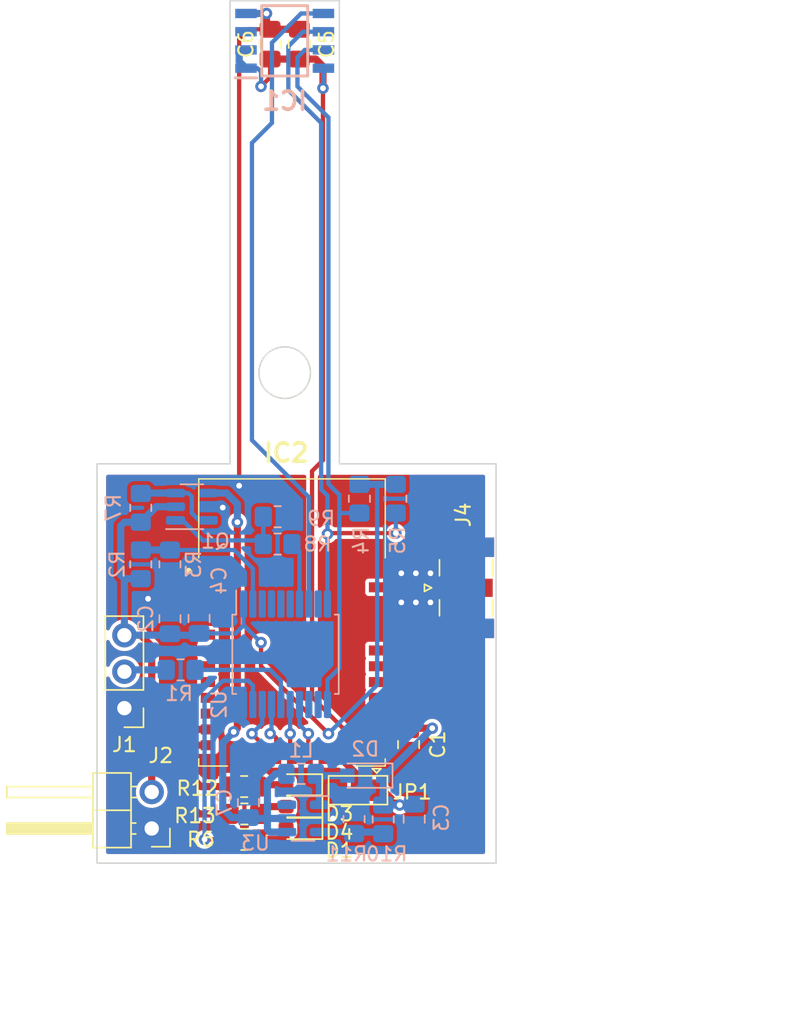
<source format=kicad_pcb>
(kicad_pcb (version 20211014) (generator pcbnew)
  (layers (0 "F.Cu" signal) (31 "B.Cu" signal) (34 "B.Paste" user) (35 "F.Paste" user) (36 "B.SilkS" user "B.Silkscreen") (37 "F.SilkS" user "F.Silkscreen") (38 "B.Mask" user) (39 "F.Mask" user) (44 "Edge.Cuts" user))
  (net 0 "")
  (net 1 "GND")
  (net 2 "VCC")
  (net 3 "Net-(C3-Pad2)")
  (net 4 "Net-(IC1-Pad7)")
  (net 5 "Net-(IC1-Pad6)")
  (net 6 "Net-(J1-Pad2)")
  (net 7 "Net-(D1-Pad2)")
  (net 8 "Net-(R1-Pad1)")
  (net 9 "Net-(C7-Pad2)")
  (net 10 "Net-(D3-Pad2)")
  (net 11 "Net-(D4-Pad2)")
  (net 14 "Net-(R8-Pad1)")
  (net 17 "Net-(IC2-Pad19)")
  (net 19 "Net-(J4-Pad1)")
  (net 21 "Net-(Q1-Pad1)")
  (net 22 "Net-(Q1-Pad3)")
  (net 23 "Net-(D2-Pad2)")
  (net 24 "Net-(R2-Pad1)")
  (net 25 "Net-(R10-Pad1)")
  (net 26 "Net-(U2-Pad17)")
  (net 28 "Net-(U2-Pad18)")
  (net 30 "Net-(IC2-Pad12)")
  (net 31 "Net-(IC2-Pad11)")
  (net 41 "Net-(U2-Pad19)")
  (net 42 "Net-(U2-Pad14)")
  (net 43 "Net-(IC2-Pad16)")
  (net 46 "Net-(IC1-Pad5)")
  (footprint "Resistor_SMD:R_0805_2012Metric_Pad1.20x1.40mm_HandSolder" (layer "F.Cu") (at 123.936 92.71)
    (fp_text reference "R13" (at -3.445 0.127) (layer "F.SilkS"))
    (fp_text value "330")
    (pad "1" smd roundrect (at -1 0) (size 1.2 1.4) (layers "F.Cu" "F.Paste" "F.Mask") (roundrect_rratio 0.2083333333) (net 31 "Net-(IC2-Pad11)"))
    (pad "2" smd roundrect (at 1 0) (size 1.2 1.4) (layers "F.Cu" "F.Paste" "F.Mask") (roundrect_rratio 0.2083333333) (net 11 "Net-(D4-Pad2)"))
  )
  (footprint "Connector_PinHeader_2.54mm:PinHeader_1x03_P2.54mm_Vertical" (layer "F.Cu") (at 115.57 85.344 180)
    (fp_text reference "J1" (at 0 -2.54) (layer "F.SilkS"))
    (fp_text value "UDPI")
    (pad "1" thru_hole rect (at 0 0 180) (size 1.7 1.7) (drill 1) (layers *.Cu *.Mask) (net 1 "GND"))
    (pad "2" thru_hole oval (at 0 2.54 180) (size 1.7 1.7) (drill 1) (layers *.Cu *.Mask) (net 6 "Net-(J1-Pad2)"))
    (pad "3" thru_hole oval (at 0 5.08 180) (size 1.7 1.7) (drill 1) (layers *.Cu *.Mask) (net 2 "VCC"))
  )
  (footprint "Connector_PinHeader_2.54mm:PinHeader_1x02_P2.54mm_Horizontal" (layer "F.Cu") (at 117.475 93.726 180)
    (fp_text reference "J2" (at -0.635 5.08) (layer "F.SilkS"))
    (fp_text value "Battery")
    (pad "1" thru_hole rect (at 0 0 180) (size 1.7 1.7) (drill 1) (layers *.Cu *.Mask) (net 1 "GND"))
    (pad "2" thru_hole oval (at 0 2.54 180) (size 1.7 1.7) (drill 1) (layers *.Cu *.Mask) (net 2 "VCC"))
  )
  (footprint "Jumper:SolderJumper-3_P1.3mm_Open_Pad1.0x1.5mm" (layer "F.Cu") (at 131.856 91.059 180)
    (fp_text reference "JP1" (at -3.78 -0.127) (layer "F.SilkS"))
    (fp_text value "Jumper_3_Open")
    (pad "1" smd rect (at -1.3 0 180) (size 1 1.5) (layers "F.Cu" "F.Mask") (net 3 "Net-(C3-Pad2)"))
    (pad "2" smd rect (at 0 0 180) (size 1 1.5) (layers "F.Cu" "F.Mask") (net 17 "Net-(IC2-Pad19)"))
    (pad "3" smd rect (at 1.3 0 180) (size 1 1.5) (layers "F.Cu" "F.Mask") (net 1 "GND"))
  )
  (footprint "Capacitor_SMD:C_0805_2012Metric_Pad1.18x1.45mm_HandSolder" (layer "F.Cu") (at 125.73 39.0945 90)
    (fp_text reference "C6" (at 0 -1.68 90) (layer "F.SilkS"))
    (fp_text value "10u")
    (pad "1" smd roundrect (at -1.0375 0 90) (size 1.175 1.45) (layers "F.Cu" "F.Paste" "F.Mask") (roundrect_rratio 0.2127659574) (net 3 "Net-(C3-Pad2)"))
    (pad "2" smd roundrect (at 1.0375 0 90) (size 1.175 1.45) (layers "F.Cu" "F.Paste" "F.Mask") (roundrect_rratio 0.2127659574) (net 1 "GND"))
  )
  (footprint "Capacitor_SMD:C_0805_2012Metric_Pad1.18x1.45mm_HandSolder" (layer "F.Cu") (at 127.762 39.0945 90)
    (fp_text reference "C5" (at 0 1.905 90) (layer "F.SilkS"))
    (fp_text value "100n")
    (pad "1" smd roundrect (at -1.0375 0 90) (size 1.175 1.45) (layers "F.Cu" "F.Paste" "F.Mask") (roundrect_rratio 0.2127659574) (net 3 "Net-(C3-Pad2)"))
    (pad "2" smd roundrect (at 1.0375 0 90) (size 1.175 1.45) (layers "F.Cu" "F.Paste" "F.Mask") (roundrect_rratio 0.2127659574) (net 1 "GND"))
  )
  (footprint "WSSFM11R2DAT:WSSFM11R2DAT" (layer "F.Cu") (at 127.254 79.375)
    (fp_text reference "IC2" (at -0.4 -11.811) (layer "F.SilkS") (effects (font (size 1.27 1.27) (thickness 0.254))))
    (fp_text value "WSSFM11R2DAT" hide)
    (pad "1" smd rect (at -5.86 -3.55 90) (size 0.7 1) (layers "F.Cu" "F.Paste" "F.Mask") (net 1 "GND"))
    (pad "2" smd rect (at -5.86 -2.45 90) (size 0.7 1) (layers "F.Cu" "F.Paste" "F.Mask") (net 1 "GND"))
    (pad "3" smd rect (at -5.86 -1.35 90) (size 0.7 1) (layers "F.Cu" "F.Paste" "F.Mask") (net 1 "GND"))
    (pad "4" smd rect (at -5.86 -0.25 90) (size 0.7 1) (layers "F.Cu" "F.Paste" "F.Mask") (net 1 "GND"))
    (pad "5" smd rect (at -5.86 0.85 90) (size 0.7 1) (layers "F.Cu" "F.Paste" "F.Mask"))
    (pad "6" smd rect (at -5.86 1.95 90) (size 0.7 1) (layers "F.Cu" "F.Paste" "F.Mask"))
    (pad "7" smd rect (at -5.86 3.05 90) (size 0.7 1) (layers "F.Cu" "F.Paste" "F.Mask"))
    (pad "8" smd rect (at -5.86 4.15 90) (size 0.7 1) (layers "F.Cu" "F.Paste" "F.Mask"))
    (pad "9" smd rect (at -5.86 5.25 90) (size 0.7 1) (layers "F.Cu" "F.Paste" "F.Mask"))
    (pad "10" smd rect (at -5.86 6.35 90) (size 0.7 1) (layers "F.Cu" "F.Paste" "F.Mask"))
    (pad "11" smd rect (at -5.86 7.45 90) (size 0.7 1) (layers "F.Cu" "F.Paste" "F.Mask") (net 31 "Net-(IC2-Pad11)"))
    (pad "12" smd rect (at -5.86 8.55 90) (size 0.7 1) (layers "F.Cu" "F.Paste" "F.Mask") (net 30 "Net-(IC2-Pad12)"))
    (pad "13" smd rect (at -3.3 9.36) (size 0.7 1) (layers "F.Cu" "F.Paste" "F.Mask"))
    (pad "14" smd rect (at -2.2 9.36) (size 0.7 1) (layers "F.Cu" "F.Paste" "F.Mask") (net 28 "Net-(U2-Pad18)"))
    (pad "15" smd rect (at -1.1 9.36) (size 0.7 1) (layers "F.Cu" "F.Paste" "F.Mask") (net 26 "Net-(U2-Pad17)"))
    (pad "16" smd rect (at 0 9.36) (size 0.7 1) (layers "F.Cu" "F.Paste" "F.Mask") (net 43 "Net-(IC2-Pad16)"))
    (pad "17" smd rect (at 1.1 9.36) (size 0.7 1) (layers "F.Cu" "F.Paste" "F.Mask") (net 42 "Net-(U2-Pad14)"))
    (pad "18" smd rect (at 2.2 9.36) (size 0.7 1) (layers "F.Cu" "F.Paste" "F.Mask"))
    (pad "19" smd rect (at 3.3 9.36) (size 0.7 1) (layers "F.Cu" "F.Paste" "F.Mask") (net 17 "Net-(IC2-Pad19)"))
    (pad "20" smd rect (at 5.86 8.55 90) (size 0.7 1) (layers "F.Cu" "F.Paste" "F.Mask") (net 1 "GND"))
    (pad "21" smd rect (at 5.86 7.45 90) (size 0.7 1) (layers "F.Cu" "F.Paste" "F.Mask") (net 3 "Net-(C3-Pad2)"))
    (pad "22" smd rect (at 5.86 6.35 90) (size 0.7 1) (layers "F.Cu" "F.Paste" "F.Mask") (net 1 "GND"))
    (pad "23" smd rect (at 5.86 5.25 90) (size 0.7 1) (layers "F.Cu" "F.Paste" "F.Mask"))
    (pad "24" smd rect (at 5.86 4.15 90) (size 0.7 1) (layers "F.Cu" "F.Paste" "F.Mask"))
    (pad "25" smd rect (at 5.86 3.05 90) (size 0.7 1) (layers "F.Cu" "F.Paste" "F.Mask"))
    (pad "26" smd rect (at 5.86 1.95 90) (size 0.7 1) (layers "F.Cu" "F.Paste" "F.Mask"))
    (pad "27" smd rect (at 5.86 0.85 90) (size 0.7 1) (layers "F.Cu" "F.Paste" "F.Mask") (net 1 "GND"))
    (pad "28" smd rect (at 5.86 -0.25 90) (size 0.7 1) (layers "F.Cu" "F.Paste" "F.Mask") (net 1 "GND"))
    (pad "29" smd rect (at 5.86 -1.35 90) (size 0.7 1) (layers "F.Cu" "F.Paste" "F.Mask") (net 1 "GND"))
    (pad "30" smd rect (at 5.86 -2.45 90) (size 0.7 1) (layers "F.Cu" "F.Paste" "F.Mask") (net 19 "Net-(J4-Pad1)"))
    (pad "31" smd rect (at 5.86 -3.55 90) (size 0.7 1) (layers "F.Cu" "F.Paste" "F.Mask") (net 1 "GND"))
  )
  (footprint "Capacitor_SMD:C_0805_2012Metric_Pad1.18x1.45mm_HandSolder" (layer "F.Cu") (at 135.382 87.884 90)
    (fp_text reference "C1" (at 0 2.032 90) (layer "F.SilkS"))
    (fp_text value "100n")
    (pad "1" smd roundrect (at -1.0375 0 90) (size 1.175 1.45) (layers "F.Cu" "F.Paste" "F.Mask") (roundrect_rratio 0.2127659574) (net 1 "GND"))
    (pad "2" smd roundrect (at 1.0375 0 90) (size 1.175 1.45) (layers "F.Cu" "F.Paste" "F.Mask") (roundrect_rratio 0.2127659574) (net 3 "Net-(C3-Pad2)"))
  )
  (footprint "LED_SMD:LED_0603_1608Metric_Pad1.05x0.95mm_HandSolder" (layer "F.Cu") (at 127.716 93.726 180)
    (fp_text reference "D1" (at -2.84 -1.524) (layer "F.SilkS"))
    (fp_text value "LED_Small")
    (pad "1" smd roundrect (at -0.875 0 180) (size 1.05 0.95) (layers "F.Cu" "F.Paste" "F.Mask") (net 1 "GND"))
    (pad "2" smd roundrect (at 0.875 0 180) (size 1.05 0.95) (layers "F.Cu" "F.Paste" "F.Mask") (net 7 "Net-(D1-Pad2)"))
  )
  (footprint "Resistor_SMD:R_0805_2012Metric_Pad1.20x1.40mm_HandSolder" (layer "F.Cu") (at 123.92 90.805)
    (fp_text reference "R12" (at -3.27 0.127) (layer "F.SilkS"))
    (fp_text value "330")
    (pad "1" smd roundrect (at -1 0) (size 1.2 1.4) (layers "F.Cu" "F.Paste" "F.Mask") (roundrect_rratio 0.2083333333) (net 30 "Net-(IC2-Pad12)"))
    (pad "2" smd roundrect (at 1 0) (size 1.2 1.4) (layers "F.Cu" "F.Paste" "F.Mask") (roundrect_rratio 0.2083333333) (net 10 "Net-(D3-Pad2)"))
  )
  (footprint "Connector_Coaxial:SMA_Samtec_SMA-J-P-X-ST-EM1_EdgeMount" (layer "F.Cu") (at 139.246 76.962 90)
    (fp_text reference "J4" (at 5.08 -0.054 90) (layer "F.SilkS"))
    (fp_text value "Conn_Coaxial")
    (pad "1" smd rect (at 0 0.2 90) (size 1.27 3.6) (layers "F.Cu" "F.Paste" "F.Mask") (net 19 "Net-(J4-Pad1)"))
    (pad "2" smd rect (at -2.825 0 90) (size 1.35 4.2) (layers "B.Cu" "B.Paste" "B.Mask") (net 1 "GND"))
    (pad "2" smd rect (at 2.825 0 90) (size 1.35 4.2) (layers "F.Cu" "F.Paste" "F.Mask") (net 1 "GND"))
    (pad "2" smd rect (at -2.825 0 90) (size 1.35 4.2) (layers "F.Cu" "F.Paste" "F.Mask") (net 1 "GND"))
    (pad "2" smd rect (at 2.825 0 90) (size 1.35 4.2) (layers "B.Cu" "B.Paste" "B.Mask") (net 1 "GND"))
  )
  (footprint "LED_SMD:LED_0603_1608Metric_Pad1.05x0.95mm_HandSolder" (layer "F.Cu") (at 127.702 90.678 180)
    (fp_text reference "D3" (at -2.854 -2.032) (layer "F.SilkS"))
    (fp_text value "LED_Small")
    (pad "1" smd roundrect (at -0.875 0 180) (size 1.05 0.95) (layers "F.Cu" "F.Paste" "F.Mask") (net 1 "GND"))
    (pad "2" smd roundrect (at 0.875 0 180) (size 1.05 0.95) (layers "F.Cu" "F.Paste" "F.Mask") (net 10 "Net-(D3-Pad2)"))
  )
  (footprint "Resistor_SMD:R_0805_2012Metric_Pad1.20x1.40mm_HandSolder" (layer "F.Cu") (at 123.936 94.488)
    (fp_text reference "R6" (at -3.032 0) (layer "F.SilkS"))
    (fp_text value "330")
    (pad "1" smd roundrect (at -1 0) (size 1.2 1.4) (layers "F.Cu" "F.Paste" "F.Mask") (roundrect_rratio 0.2083333333) (net 41 "Net-(U2-Pad19)"))
    (pad "2" smd roundrect (at 1 0) (size 1.2 1.4) (layers "F.Cu" "F.Paste" "F.Mask") (roundrect_rratio 0.2083333333) (net 7 "Net-(D1-Pad2)"))
  )
  (footprint "LED_SMD:LED_0603_1608Metric_Pad1.05x0.95mm_HandSolder" (layer "F.Cu") (at 127.716 92.202 180)
    (fp_text reference "D4" (at -2.84 -1.778) (layer "F.SilkS"))
    (fp_text value "LED_Small")
    (pad "1" smd roundrect (at -0.875 0 180) (size 1.05 0.95) (layers "F.Cu" "F.Paste" "F.Mask") (net 1 "GND"))
    (pad "2" smd roundrect (at 0.875 0 180) (size 1.05 0.95) (layers "F.Cu" "F.Paste" "F.Mask") (net 11 "Net-(D4-Pad2)"))
  )
  (footprint "Diode_SMD:D_SOD-323_HandSoldering" (layer "B.Cu") (at 132.363 90.043 180)
    (fp_text reference "D2" (at 0 1.85) (layer "B.SilkS") (effects (justify mirror)))
    (fp_text value "SD103")
    (pad "1" smd rect (at -1.25 0 180) (size 1 1) (layers "B.Cu" "B.Paste" "B.Mask") (net 3 "Net-(C3-Pad2)"))
    (pad "2" smd rect (at 1.25 0 180) (size 1 1) (layers "B.Cu" "B.Paste" "B.Mask") (net 23 "Net-(D2-Pad2)"))
  )
  (footprint "Package_TO_SOT_SMD:SOT-23-6" (layer "B.Cu") (at 128.0305 93.025 180)
    (fp_text reference "U3" (at 3.3165 -1.717) (layer "B.SilkS") (effects (justify mirror)))
    (fp_text value "MT3608")
    (pad "1" smd roundrect (at -1.1375 0.95 180) (size 1.325 0.6) (layers "B.Cu" "B.Paste" "B.Mask") (net 23 "Net-(D2-Pad2)"))
    (pad "2" smd roundrect (at -1.1375 0 180) (size 1.325 0.6) (layers "B.Cu" "B.Paste" "B.Mask") (net 1 "GND"))
    (pad "3" smd roundrect (at -1.1375 -0.95 180) (size 1.325 0.6) (layers "B.Cu" "B.Paste" "B.Mask") (net 25 "Net-(R10-Pad1)"))
    (pad "4" smd roundrect (at 1.1375 -0.95 180) (size 1.325 0.6) (layers "B.Cu" "B.Paste" "B.Mask") (net 9 "Net-(C7-Pad2)"))
    (pad "5" smd roundrect (at 1.1375 0 180) (size 1.325 0.6) (layers "B.Cu" "B.Paste" "B.Mask") (net 9 "Net-(C7-Pad2)"))
    (pad "6" smd roundrect (at 1.1375 0.95 180) (size 1.325 0.6) (layers "B.Cu" "B.Paste" "B.Mask"))
  )
  (footprint "Resistor_SMD:R_0805_2012Metric_Pad1.20x1.40mm_HandSolder" (layer "B.Cu") (at 116.713 75.327 -90)
    (fp_text reference "R2" (at 0 1.65 90) (layer "B.SilkS") (effects (justify mirror)))
    (fp_text value "220k")
    (pad "1" smd roundrect (at -1 0 270) (size 1.2 1.4) (layers "B.Cu" "B.Paste" "B.Mask") (roundrect_rratio 0.2083333333) (net 24 "Net-(R2-Pad1)"))
    (pad "2" smd roundrect (at 1 0 270) (size 1.2 1.4) (layers "B.Cu" "B.Paste" "B.Mask") (roundrect_rratio 0.2083333333) (net 2 "VCC"))
  )
  (footprint "Resistor_SMD:R_0805_2012Metric_Pad1.20x1.40mm_HandSolder" (layer "B.Cu") (at 126.254 72.009)
    (fp_text reference "R9" (at 3.032 0.127) (layer "B.SilkS") (effects (justify mirror)))
    (fp_text value "100k")
    (pad "1" smd roundrect (at -1 0) (size 1.2 1.4) (layers "B.Cu" "B.Paste" "B.Mask") (roundrect_rratio 0.2083333333) (net 21 "Net-(Q1-Pad1)"))
    (pad "2" smd roundrect (at 1 0) (size 1.2 1.4) (layers "B.Cu" "B.Paste" "B.Mask") (roundrect_rratio 0.2083333333) (net 1 "GND"))
  )
  (footprint "Resistor_SMD:R_0805_2012Metric_Pad1.20x1.40mm_HandSolder" (layer "B.Cu") (at 133.613 93.091 90)
    (fp_text reference "R10" (at -2.413 0.245 180) (layer "B.SilkS") (effects (justify mirror)))
    (fp_text value "10k")
    (pad "1" smd roundrect (at -1 0 90) (size 1.2 1.4) (layers "B.Cu" "B.Paste" "B.Mask") (roundrect_rratio 0.2083333333) (net 25 "Net-(R10-Pad1)"))
    (pad "2" smd roundrect (at 1 0 90) (size 1.2 1.4) (layers "B.Cu" "B.Paste" "B.Mask") (roundrect_rratio 0.2083333333) (net 3 "Net-(C3-Pad2)"))
  )
  (footprint "AS5600-ASOM:SOIC127P600X175-8N" (layer "B.Cu") (at 126.746 38.862)
    (fp_text reference "IC1" (at 0 4.191) (layer "B.SilkS") (effects (font (size 1.27 1.27) (thickness 0.254)) (justify mirror)))
    (fp_text value "AS5600-ASOM" hide)
    (pad "1" smd rect (at -2.7 1.905 270) (size 0.65 1.5) (layers "B.Cu" "B.Paste" "B.Mask") (net 3 "Net-(C3-Pad2)"))
    (pad "2" smd rect (at -2.7 0.635 270) (size 0.65 1.5) (layers "B.Cu" "B.Paste" "B.Mask") (net 3 "Net-(C3-Pad2)"))
    (pad "3" smd rect (at -2.7 -0.635 270) (size 0.65 1.5) (layers "B.Cu" "B.Paste" "B.Mask"))
    (pad "4" smd rect (at -2.7 -1.905 270) (size 0.65 1.5) (layers "B.Cu" "B.Paste" "B.Mask") (net 1 "GND"))
    (pad "5" smd rect (at 2.7 -1.905 270) (size 0.65 1.5) (layers "B.Cu" "B.Paste" "B.Mask") (net 46 "Net-(IC1-Pad5)"))
    (pad "6" smd rect (at 2.7 -0.635 270) (size 0.65 1.5) (layers "B.Cu" "B.Paste" "B.Mask") (net 5 "Net-(IC1-Pad6)"))
    (pad "7" smd rect (at 2.7 0.635 270) (size 0.65 1.5) (layers "B.Cu" "B.Paste" "B.Mask") (net 4 "Net-(IC1-Pad7)"))
    (pad "8" smd rect (at 2.7 1.905 270) (size 0.65 1.5) (layers "B.Cu" "B.Paste" "B.Mask") (net 3 "Net-(C3-Pad2)"))
  )
  (footprint "Package_TO_SOT_SMD:TSOT-23-6" (layer "B.Cu") (at 120.2745 71.313)
    (fp_text reference "Q1" (at 1.6455 2.4) (layer "B.SilkS") (effects (justify mirror)))
    (fp_text value "DMC2053UVT")
    (pad "1" smd roundrect (at -1.1375 0.95) (size 1.325 0.6) (layers "B.Cu" "B.Paste" "B.Mask") (net 21 "Net-(Q1-Pad1)"))
    (pad "2" smd roundrect (at -1.1375 0) (size 1.325 0.6) (layers "B.Cu" "B.Paste" "B.Mask") (net 2 "VCC"))
    (pad "3" smd roundrect (at -1.1375 -0.95) (size 1.325 0.6) (layers "B.Cu" "B.Paste" "B.Mask") (net 22 "Net-(Q1-Pad3)"))
    (pad "4" smd roundrect (at 1.1375 -0.95) (size 1.325 0.6) (layers "B.Cu" "B.Paste" "B.Mask") (net 9 "Net-(C7-Pad2)"))
    (pad "5" smd roundrect (at 1.1375 0) (size 1.325 0.6) (layers "B.Cu" "B.Paste" "B.Mask") (net 1 "GND"))
    (pad "6" smd roundrect (at 1.1375 0.95) (size 1.325 0.6) (layers "B.Cu" "B.Paste" "B.Mask") (net 22 "Net-(Q1-Pad3)"))
  )
  (footprint "Capacitor_SMD:C_0805_2012Metric_Pad1.18x1.45mm_HandSolder" (layer "B.Cu") (at 124.215 91.9265 -90)
    (fp_text reference "C7" (at 0 1.68 90) (layer "B.SilkS") (effects (justify mirror)))
    (fp_text value "22u")
    (pad "1" smd roundrect (at -1.0375 0 270) (size 1.175 1.45) (layers "B.Cu" "B.Paste" "B.Mask") (roundrect_rratio 0.2127659574) (net 1 "GND"))
    (pad "2" smd roundrect (at 1.0375 0 270) (size 1.175 1.45) (layers "B.Cu" "B.Paste" "B.Mask") (roundrect_rratio 0.2127659574) (net 9 "Net-(C7-Pad2)"))
  )
  (footprint "Capacitor_SMD:C_0805_2012Metric_Pad1.18x1.45mm_HandSolder" (layer "B.Cu") (at 120.777 79.0995 -90)
    (fp_text reference "C4" (at -2.6455 -1.397 90) (layer "B.SilkS") (effects (justify mirror)))
    (fp_text value "10u")
    (pad "1" smd roundrect (at -1.0375 0 270) (size 1.175 1.45) (layers "B.Cu" "B.Paste" "B.Mask") (roundrect_rratio 0.2127659574) (net 1 "GND"))
    (pad "2" smd roundrect (at 1.0375 0 270) (size 1.175 1.45) (layers "B.Cu" "B.Paste" "B.Mask") (roundrect_rratio 0.2127659574) (net 2 "VCC"))
  )
  (footprint "Capacitor_SMD:C_0805_2012Metric_Pad1.18x1.45mm_HandSolder" (layer "B.Cu") (at 135.772 93.0695 90)
    (fp_text reference "C3" (at 0.1055 1.896 90) (layer "B.SilkS") (effects (justify mirror)))
    (fp_text value "22u")
    (pad "1" smd roundrect (at -1.0375 0 90) (size 1.175 1.45) (layers "B.Cu" "B.Paste" "B.Mask") (roundrect_rratio 0.2127659574) (net 1 "GND"))
    (pad "2" smd roundrect (at 1.0375 0 90) (size 1.175 1.45) (layers "B.Cu" "B.Paste" "B.Mask") (roundrect_rratio 0.2127659574) (net 3 "Net-(C3-Pad2)"))
  )
  (footprint "Resistor_SMD:R_0805_2012Metric_Pad1.20x1.40mm_HandSolder" (layer "B.Cu") (at 119.491 82.677 180)
    (fp_text reference "R1" (at 0.111 -1.651) (layer "B.SilkS") (effects (justify mirror)))
    (fp_text value "470")
    (pad "1" smd roundrect (at -1 0 180) (size 1.2 1.4) (layers "B.Cu" "B.Paste" "B.Mask") (roundrect_rratio 0.2083333333) (net 8 "Net-(R1-Pad1)"))
    (pad "2" smd roundrect (at 1 0 180) (size 1.2 1.4) (layers "B.Cu" "B.Paste" "B.Mask") (roundrect_rratio 0.2083333333) (net 6 "Net-(J1-Pad2)"))
  )
  (footprint "Resistor_SMD:R_0805_2012Metric_Pad1.20x1.40mm_HandSolder" (layer "B.Cu") (at 126.254 73.914 180)
    (fp_text reference "R8" (at -2.778 0) (layer "B.SilkS") (effects (justify mirror)))
    (fp_text value "470")
    (pad "1" smd roundrect (at -1 0 180) (size 1.2 1.4) (layers "B.Cu" "B.Paste" "B.Mask") (roundrect_rratio 0.2083333333) (net 14 "Net-(R8-Pad1)"))
    (pad "2" smd roundrect (at 1 0 180) (size 1.2 1.4) (layers "B.Cu" "B.Paste" "B.Mask") (roundrect_rratio 0.2083333333) (net 21 "Net-(Q1-Pad1)"))
  )
  (footprint "Resistor_SMD:R_0805_2012Metric_Pad1.20x1.40mm_HandSolder" (layer "B.Cu") (at 134.493 70.755 90)
    (fp_text reference "R5" (at -2.905 0.127 90) (layer "B.SilkS") (effects (justify mirror)))
    (fp_text value "2.2k")
    (pad "1" smd roundrect (at -1 0 90) (size 1.2 1.4) (layers "B.Cu" "B.Paste" "B.Mask") (roundrect_rratio 0.2083333333) (net 5 "Net-(IC1-Pad6)"))
    (pad "2" smd roundrect (at 1 0 90) (size 1.2 1.4) (layers "B.Cu" "B.Paste" "B.Mask") (roundrect_rratio 0.2083333333) (net 2 "VCC"))
  )
  (footprint "Resistor_SMD:R_0805_2012Metric_Pad1.20x1.40mm_HandSolder" (layer "B.Cu") (at 118.745 75.327 90)
    (fp_text reference "R3" (at 0 1.65 90) (layer "B.SilkS") (effects (justify mirror)))
    (fp_text value "100k")
    (pad "1" smd roundrect (at -1 0 90) (size 1.2 1.4) (layers "B.Cu" "B.Paste" "B.Mask") (roundrect_rratio 0.2083333333) (net 1 "GND"))
    (pad "2" smd roundrect (at 1 0 90) (size 1.2 1.4) (layers "B.Cu" "B.Paste" "B.Mask") (roundrect_rratio 0.2083333333) (net 24 "Net-(R2-Pad1)"))
  )
  (footprint "Resistor_SMD:R_0805_2012Metric_Pad1.20x1.40mm_HandSolder" (layer "B.Cu") (at 116.713 71.39 90)
    (fp_text reference "R7" (at 0 -1.905 90) (layer "B.SilkS") (effects (justify mirror)))
    (fp_text value "10k")
    (pad "1" smd roundrect (at -1 0 90) (size 1.2 1.4) (layers "B.Cu" "B.Paste" "B.Mask") (roundrect_rratio 0.2083333333) (net 2 "VCC"))
    (pad "2" smd roundrect (at 1 0 90) (size 1.2 1.4) (layers "B.Cu" "B.Paste" "B.Mask") (roundrect_rratio 0.2083333333) (net 22 "Net-(Q1-Pad3)"))
  )
  (footprint "Resistor_SMD:R_0805_2012Metric_Pad1.20x1.40mm_HandSolder" (layer "B.Cu") (at 131.953 70.755 90)
    (fp_text reference "R4" (at -2.905 0.127 90) (layer "B.SilkS") (effects (justify mirror)))
    (fp_text value "2.2k")
    (pad "1" smd roundrect (at -1 0 90) (size 1.2 1.4) (layers "B.Cu" "B.Paste" "B.Mask") (roundrect_rratio 0.2083333333) (net 4 "Net-(IC1-Pad7)"))
    (pad "2" smd roundrect (at 1 0 90) (size 1.2 1.4) (layers "B.Cu" "B.Paste" "B.Mask") (roundrect_rratio 0.2083333333) (net 2 "VCC"))
  )
  (footprint "Package_SO:SSOP-20_5.3x7.2mm_P0.65mm" (layer "B.Cu") (at 126.802 81.59 -90)
    (fp_text reference "U2" (at 3.5 4.628 90) (layer "B.SilkS") (effects (justify mirror)))
    (fp_text value "ATtiny826-X")
    (pad "1" smd roundrect (at -3.5 2.925 270) (size 1.9 0.5) (layers "B.Cu" "B.Paste" "B.Mask") (net 2 "VCC"))
    (pad "2" smd roundrect (at -3.5 2.275 270) (size 1.9 0.5) (layers "B.Cu" "B.Paste" "B.Mask") (net 24 "Net-(R2-Pad1)"))
    (pad "3" smd roundrect (at -3.5 1.625 270) (size 1.9 0.5) (layers "B.Cu" "B.Paste" "B.Mask"))
    (pad "4" smd roundrect (at -3.5 0.975 270) (size 1.9 0.5) (layers "B.Cu" "B.Paste" "B.Mask"))
    (pad "5" smd roundrect (at -3.5 0.325 270) (size 1.9 0.5) (layers "B.Cu" "B.Paste" "B.Mask"))
    (pad "6" smd roundrect (at -3.5 -0.325 270) (size 1.9 0.5) (layers "B.Cu" "B.Paste" "B.Mask"))
    (pad "7" smd roundrect (at -3.5 -0.975 270) (size 1.9 0.5) (layers "B.Cu" "B.Paste" "B.Mask") (net 14 "Net-(R8-Pad1)"))
    (pad "8" smd roundrect (at -3.5 -1.625 270) (size 1.9 0.5) (layers "B.Cu" "B.Paste" "B.Mask") (net 46 "Net-(IC1-Pad5)"))
    (pad "9" smd roundrect (at -3.5 -2.275 270) (size 1.9 0.5) (layers "B.Cu" "B.Paste" "B.Mask"))
    (pad "10" smd roundrect (at -3.5 -2.925 270) (size 1.9 0.5) (layers "B.Cu" "B.Paste" "B.Mask") (net 5 "Net-(IC1-Pad6)"))
    (pad "11" smd roundrect (at 3.5 -2.925 270) (size 1.9 0.5) (layers "B.Cu" "B.Paste" "B.Mask") (net 4 "Net-(IC1-Pad7)"))
    (pad "12" smd roundrect (at 3.5 -2.275 270) (size 1.9 0.5) (layers "B.Cu" "B.Paste" "B.Mask"))
    (pad "13" smd roundrect (at 3.5 -1.625 270) (size 1.9 0.5) (layers "B.Cu" "B.Paste" "B.Mask"))
    (pad "14" smd roundrect (at 3.5 -0.975 270) (size 1.9 0.5) (layers "B.Cu" "B.Paste" "B.Mask") (net 42 "Net-(U2-Pad14)"))
    (pad "15" smd roundrect (at 3.5 -0.325 270) (size 1.9 0.5) (layers "B.Cu" "B.Paste" "B.Mask") (net 43 "Net-(IC2-Pad16)"))
    (pad "16" smd roundrect (at 3.5 0.325 270) (size 1.9 0.5) (layers "B.Cu" "B.Paste" "B.Mask") (net 8 "Net-(R1-Pad1)"))
    (pad "17" smd roundrect (at 3.5 0.975 270) (size 1.9 0.5) (layers "B.Cu" "B.Paste" "B.Mask") (net 26 "Net-(U2-Pad17)"))
    (pad "18" smd roundrect (at 3.5 1.625 270) (size 1.9 0.5) (layers "B.Cu" "B.Paste" "B.Mask") (net 28 "Net-(U2-Pad18)"))
    (pad "19" smd roundrect (at 3.5 2.275 270) (size 1.9 0.5) (layers "B.Cu" "B.Paste" "B.Mask") (net 41 "Net-(U2-Pad19)"))
    (pad "20" smd roundrect (at 3.5 2.925 270) (size 1.9 0.5) (layers "B.Cu" "B.Paste" "B.Mask") (net 1 "GND"))
  )
  (footprint "Inductor_SMD:L_0805_2012Metric_Pad1.15x1.40mm_HandSolder" (layer "B.Cu") (at 127.889 89.916 180)
    (fp_text reference "L1" (at 0 1.65) (layer "B.SilkS") (effects (justify mirror)))
    (fp_text value "4.7u")
    (pad "1" smd roundrect (at -1.025 0 180) (size 1.15 1.4) (layers "B.Cu" "B.Paste" "B.Mask") (roundrect_rratio 0.2173913043) (net 23 "Net-(D2-Pad2)"))
    (pad "2" smd roundrect (at 1.025 0 180) (size 1.15 1.4) (layers "B.Cu" "B.Paste" "B.Mask") (roundrect_rratio 0.2173913043) (net 9 "Net-(C7-Pad2)"))
  )
  (footprint "Resistor_SMD:R_0805_2012Metric_Pad1.20x1.40mm_HandSolder" (layer "B.Cu") (at 131.581 93.075 -90)
    (fp_text reference "R11" (at 2.429 0.517 180) (layer "B.SilkS") (effects (justify mirror)))
    (fp_text value "2k")
    (pad "1" smd roundrect (at -1 0 270) (size 1.2 1.4) (layers "B.Cu" "B.Paste" "B.Mask") (roundrect_rratio 0.2083333333) (net 1 "GND"))
    (pad "2" smd roundrect (at 1 0 270) (size 1.2 1.4) (layers "B.Cu" "B.Paste" "B.Mask") (roundrect_rratio 0.2083333333) (net 25 "Net-(R10-Pad1)"))
  )
  (footprint "Capacitor_SMD:C_0805_2012Metric_Pad1.18x1.45mm_HandSolder" (layer "B.Cu") (at 118.745 79.121 -90)
    (fp_text reference "C2" (at 0 1.68 90) (layer "B.SilkS") (effects (justify mirror)))
    (fp_text value "100n")
    (pad "1" smd roundrect (at -1.0375 0 270) (size 1.175 1.45) (layers "B.Cu" "B.Paste" "B.Mask") (roundrect_rratio 0.2127659574) (net 1 "GND"))
    (pad "2" smd roundrect (at 1.0375 0 270) (size 1.175 1.45) (layers "B.Cu" "B.Paste" "B.Mask") (roundrect_rratio 0.2127659574) (net 2 "VCC"))
  )
  (gr_line (start 134.366 68.326) (end 141.478 68.326) (layer "Edge.Cuts") (width 0.1))
  (gr_line (start 122.936 68.326) (end 118.618 68.326) (layer "Edge.Cuts") (width 0.1))
  (gr_line (start 141.478 82.804) (end 141.478 68.326) (layer "Edge.Cuts") (width 0.1))
  (gr_line (start 141.478 96.139) (end 113.665 96.139) (layer "Edge.Cuts") (width 0.1))
  (gr_circle (center 126.746 61.976) (end 127 60.198) (layer "Edge.Cuts") (width 0.1) (fill none))
  (gr_line (start 141.478 82.804) (end 141.478 96.139) (layer "Edge.Cuts") (width 0.1))
  (gr_line (start 130.556 36.068) (end 130.556 68.326) (layer "Edge.Cuts") (width 0.1))
  (gr_line (start 113.665 96.139) (end 113.665 68.326) (layer "Edge.Cuts") (width 0.1))
  (gr_line (start 122.936 36.068) (end 130.556 36.068) (layer "Edge.Cuts") (width 0.1))
  (gr_line (start 122.936 36.068) (end 122.936 68.326) (layer "Edge.Cuts") (width 0.1))
  (gr_line (start 113.665 68.326) (end 118.618 68.326) (layer "Edge.Cuts") (width 0.1))
  (gr_line (start 130.556 68.326) (end 134.366 68.326) (layer "Edge.Cuts") (width 0.1))
  (segment (start 123.571 38.735) (end 123.571 69.85) (width 0.3) (layer "F.Cu") (net 1))
  (segment (start 129.093 93.025) (end 130.109 93.025) (width 0.5) (layer "F.Cu") (net 1))
  (segment (start 125.73 38.057) (end 127.762 38.057) (width 0.5) (layer "F.Cu") (net 1))
  (segment (start 128.958 91.059) (end 128.577 90.678) (width 0.5) (layer "F.Cu") (net 1))
  (segment (start 128.591 92.523) (end 129.093 93.025) (width 0.5) (layer "F.Cu") (net 1))
  (segment (start 124.249 38.057) (end 123.571 38.735) (width 0.3) (layer "F.Cu") (net 1))
  (segment (start 125.476 36.957) (end 125.476 37.803) (width 0.5) (layer "F.Cu") (net 1))
  (segment (start 125.73 38.057) (end 124.249 38.057) (width 0.3) (layer "F.Cu") (net 1))
  (segment (start 128.591 92.202) (end 128.591 92.523) (width 0.5) (layer "F.Cu") (net 1))
  (segment (start 125.476 37.803) (end 125.73 38.057) (width 0.5) (layer "F.Cu") (net 1))
  (segment (start 130.556 91.059) (end 128.958 91.059) (width 0.5) (layer "F.Cu") (net 1))
  (via (at 122.428 71.374) (size 0.8) (drill 0.4) (layers "F.Cu" "B.Cu") (net 1))
  (via (at 134.874 75.946) (size 0.8) (drill 0.4) (layers "F.Cu" "B.Cu") (net 1))
  (via (at 134.874 77.978) (size 0.8) (drill 0.4) (layers "F.Cu" "B.Cu") (net 1))
  (via (at 130.109 93.025) (size 0.8) (drill 0.4) (layers "F.Cu" "B.Cu") (net 1))
  (via (at 125.476 36.957) (size 0.8) (drill 0.4) (layers "F.Cu" "B.Cu") (net 1))
  (via (at 135.89 77.978) (size 0.8) (drill 0.4) (layers "F.Cu" "B.Cu") (net 1))
  (via (at 117.221 77.724) (size 0.8) (drill 0.4) (layers "F.Cu" "B.Cu") (net 1))
  (via (at 136.906 75.946) (size 0.8) (drill 0.4) (layers "F.Cu" "B.Cu") (net 1))
  (via (at 135.89 75.946) (size 0.8) (drill 0.4) (layers "F.Cu" "B.Cu") (net 1))
  (via (at 136.906 77.978) (size 0.8) (drill 0.4) (layers "F.Cu" "B.Cu") (net 1))
  (via (at 123.571 69.85) (size 0.8) (drill 0.4) (layers "F.Cu" "B.Cu") (net 1))
  (segment (start 129.168 93.025) (end 130.109 93.025) (width 0.5) (layer "B.Cu") (net 1))
  (segment (start 130.631 93.025) (end 131.581 92.075) (width 0.5) (layer "B.Cu") (net 1))
  (segment (start 130.109 93.025) (end 130.631 93.025) (width 0.5) (layer "B.Cu") (net 1))
  (segment (start 124.046 36.957) (end 125.476 36.957) (width 0.5) (layer "B.Cu") (net 1))
  (segment (start 117.475 91.186) (end 117.475 81.026) (width 0.5) (layer "F.Cu") (net 2))
  (segment (start 125.095 82.423) (end 125.095 80.772) (width 0.3) (layer "F.Cu") (net 2))
  (segment (start 116.713 80.264) (end 115.57 80.264) (width 0.5) (layer "F.Cu") (net 2))
  (segment (start 129.794 87.122) (end 125.095 82.423) (width 0.3) (layer "F.Cu") (net 2))
  (segment (start 117.475 81.026) (end 116.713 80.264) (width 0.5) (layer "F.Cu") (net 2))
  (via (at 125.095 80.772) (size 0.8) (drill 0.4) (layers "F.Cu" "B.Cu") (net 2))
  (via (at 129.794 87.122) (size 0.8) (drill 0.4) (layers "F.Cu" "B.Cu") (net 2))
  (segment (start 115.316 72.644) (end 115.316 76.073) (width 0.5) (layer "B.Cu") (net 2))
  (segment (start 120.777 80.137) (end 120.65 80.264) (width 0.5) (layer "B.Cu") (net 2))
  (segment (start 134.493 69.755) (end 133.191 69.755) (width 0.5) (layer "B.Cu") (net 2))
  (segment (start 120.65 80.264) (end 115.57 80.264) (width 0.5) (layer "B.Cu") (net 2))
  (segment (start 125.095 80.772) (end 123.9 79.577) (width 0.3) (layer "B.Cu") (net 2))
  (segment (start 116.713 76.327) (end 115.57 76.327) (width 0.5) (layer "B.Cu") (net 2))
  (segment (start 117.79 71.313) (end 116.713 72.39) (width 0.5) (layer "B.Cu") (net 2))
  (segment (start 119.137 71.313) (end 117.79 71.313) (width 0.5) (layer "B.Cu") (net 2))
  (segment (start 115.316 76.073) (end 115.57 76.327) (width 0.5) (layer "B.Cu") (net 2))
  (segment (start 123.877 78.09) (end 123.877 79.577) (width 0.3) (layer "B.Cu") (net 2))
  (segment (start 133.191 72.866) (end 133.191 83.725) (width 0.3) (layer "B.Cu") (net 2))
  (segment (start 133.191 69.755) (end 133.191 72.866) (width 0.3) (layer "B.Cu") (net 2))
  (segment (start 123.317 80.137) (end 120.777 80.137) (width 0.3) (layer "B.Cu") (net 2))
  (segment (start 123.877 79.577) (end 123.317 80.137) (width 0.3) (layer "B.Cu") (net 2))
  (segment (start 115.57 72.39) (end 115.316 72.644) (width 0.5) (layer "B.Cu") (net 2))
  (segment (start 115.57 76.327) (end 115.57 80.264) (width 0.5) (layer "B.Cu") (net 2))
  (segment (start 133.191 83.725) (end 129.794 87.122) (width 0.3) (layer "B.Cu") (net 2))
  (segment (start 123.9 79.577) (end 123.877 79.577) (width 0.3) (layer "B.Cu") (net 2))
  (segment (start 133.191 69.755) (end 132.461 69.755) (width 0.5) (layer "B.Cu") (net 2))
  (segment (start 116.713 72.39) (end 115.57 72.39) (width 0.5) (layer "B.Cu") (net 2))
  (segment (start 133.198 86.741) (end 133.114 86.825) (width 0.5) (layer "F.Cu") (net 3))
  (segment (start 125.73 41.402) (end 125.095 42.037) (width 0.3) (layer "F.Cu") (net 3))
  (segment (start 129.413 68.072) (end 128.651 68.834) (width 0.3) (layer "F.Cu") (net 3))
  (segment (start 128.651 68.834) (end 128.651 84.582) (width 0.3) (layer "F.Cu") (net 3))
  (segment (start 129.413 40.64) (end 128.905 40.132) (width 0.5) (layer "F.Cu") (net 3))
  (segment (start 130.894 86.825) (end 133.114 86.825) (width 0.3) (layer "F.Cu") (net 3))
  (segment (start 133.156 91.059) (end 133.731 91.059) (width 0.3) (layer "F.Cu") (net 3))
  (segment (start 129.413 42.164) (end 129.413 68.072) (width 0.3) (layer "F.Cu") (net 3))
  (segment (start 128.651 84.582) (end 130.894 86.825) (width 0.3) (layer "F.Cu") (net 3))
  (segment (start 129.413 42.164) (end 129.413 40.64) (width 0.5) (layer "F.Cu") (net 3))
  (segment (start 137.033 86.741) (end 133.198 86.741) (width 0.5) (layer "F.Cu") (net 3))
  (segment (start 125.73 40.132) (end 125.73 41.402) (width 0.3) (layer "F.Cu") (net 3))
  (segment (start 133.731 91.059) (end 134.763 92.091) (width 0.3) (layer "F.Cu") (net 3))
  (segment (start 128.905 40.132) (end 125.73 40.132) (width 0.5) (layer "F.Cu") (net 3))
  (via (at 129.413 42.164) (size 0.8) (drill 0.4) (layers "F.Cu" "B.Cu") (net 3))
  (via (at 137.033 86.741) (size 0.8) (drill 0.4) (layers "F.Cu" "B.Cu") (net 3))
  (via (at 125.095 42.037) (size 0.8) (drill 0.4) (layers "F.Cu" "B.Cu") (net 3))
  (via (at 134.763 92.091) (size 0.8) (drill 0.4) (layers "F.Cu" "B.Cu") (net 3))
  (segment (start 129.446 40.767) (end 129.667 40.767) (width 0.3) (layer "B.Cu") (net 3))
  (segment (start 124.841 40.767) (end 125.095 41.021) (width 0.3) (layer "B.Cu") (net 3))
  (segment (start 133.613 92.091) (end 133.613 90.043) (width 0.5) (layer "B.Cu") (net 3))
  (segment (start 124.046 40.767) (end 124.841 40.767) (width 0.3) (layer "B.Cu") (net 3))
  (segment (start 134.763 92.091) (end 135.713 92.091) (width 0.5) (layer "B.Cu") (net 3))
  (segment (start 125.095 41.021) (end 125.095 42.037) (width 0.3) (layer "B.Cu") (net 3))
  (segment (start 135.713 92.091) (end 135.772 92.032) (width 0.5) (layer "B.Cu") (net 3))
  (segment (start 133.731 90.043) (end 137.033 86.741) (width 0.5) (layer "B.Cu") (net 3))
  (segment (start 129.446 42.131) (end 129.413 42.164) (width 0.3) (layer "B.Cu") (net 3))
  (segment (start 133.613 92.091) (end 134.763 92.091) (width 0.5) (layer "B.Cu") (net 3))
  (segment (start 133.613 90.043) (end 133.731 90.043) (width 0.5) (layer "B.Cu") (net 3))
  (segment (start 123.698 39.497) (end 123.571 39.624) (width 0.5) (layer "B.Cu") (net 3))
  (segment (start 124.046 39.497) (end 123.698 39.497) (width 0.5) (layer "B.Cu") (net 3))
  (segment (start 129.446 40.767) (end 129.446 42.131) (width 0.3) (layer "B.Cu") (net 3))
  (segment (start 123.571 40.292) (end 124.046 40.767) (width 0.5) (layer "B.Cu") (net 3))
  (segment (start 123.571 39.624) (end 123.571 40.292) (width 0.5) (layer "B.Cu") (net 3))
  (segment (start 130.556 82.55) (end 130.556 71.882) (width 0.3) (layer "B.Cu") (net 4))
  (segment (start 130.683 71.755) (end 131.953 71.755) (width 0.3) (layer "B.Cu") (net 4))
  (segment (start 129.727 85.09) (end 129.727 83.379) (width 0.3) (layer "B.Cu") (net 4))
  (segment (start 127.635 42.037) (end 127.635 40.005) (width 0.3) (layer "B.Cu") (net 4))
  (segment (start 130.556 71.882) (end 130.556 70.485) (width 0.3) (layer "B.Cu") (net 4))
  (segment (start 130.556 70.485) (end 129.794 69.723) (width 0.3) (layer "B.Cu") (net 4))
  (segment (start 128.143 39.497) (end 129.446 39.497) (width 0.3) (layer "B.Cu") (net 4))
  (segment (start 129.794 44.196) (end 127.635 42.037) (width 0.3) (layer "B.Cu") (net 4))
  (segment (start 129.794 69.723) (end 129.794 44.196) (width 0.3) (layer "B.Cu") (net 4))
  (segment (start 129.727 83.379) (end 130.556 82.55) (width 0.3) (layer "B.Cu") (net 4))
  (segment (start 130.683 71.755) (end 130.556 71.882) (width 0.3) (layer "B.Cu") (net 4))
  (segment (start 127.635 40.005) (end 128.143 39.497) (width 0.3) (layer "B.Cu") (net 4))
  (segment (start 134.493 73.152) (end 129.787 73.152) (width 0.3) (layer "F.Cu") (net 5))
  (segment (start 129.787 73.152) (end 129.727 73.212) (width 0.3) (layer "F.Cu") (net 5))
  (via (at 129.727 73.212) (size 0.8) (drill 0.4) (layers "F.Cu" "B.Cu") (net 5))
  (via (at 134.493 73.152) (size 0.8) (drill 0.4) (layers "F.Cu" "B.Cu") (net 5))
  (segment (start 127 42.291) (end 127 39.243) (width 0.3) (layer "B.Cu") (net 5))
  (segment (start 128.016 38.227) (end 129.446 38.227) (width 0.3) (layer "B.Cu") (net 5))
  (segment (start 129.727 70.545) (end 129.286 70.104) (width 0.3) (layer "B.Cu") (net 5))
  (segment (start 129.727 78.09) (end 129.727 73.212) (width 0.3) (layer "B.Cu") (net 5))
  (segment (start 134.493 71.755) (end 134.493 73.152) (width 0.3) (layer "B.Cu") (net 5))
  (segment (start 129.286 70.104) (end 129.286 44.577) (width 0.3) (layer "B.Cu") (net 5))
  (segment (start 127 39.243) (end 128.016 38.227) (width 0.3) (layer "B.Cu") (net 5))
  (segment (start 129.727 73.212) (end 129.727 70.545) (width 0.3) (layer "B.Cu") (net 5))
  (segment (start 129.286 44.577) (end 127 42.291) (width 0.3) (layer "B.Cu") (net 5))
  (segment (start 115.697 82.677) (end 115.57 82.804) (width 0.5) (layer "B.Cu") (net 6))
  (segment (start 118.491 82.677) (end 115.697 82.677) (width 0.5) (layer "B.Cu") (net 6))
  (segment (start 126.841 94.488) (end 124.936 94.488) (width 0.5) (layer "F.Cu") (net 7))
  (segment (start 126.841 93.726) (end 126.841 94.488) (width 0.5) (layer "F.Cu") (net 7))
  (segment (start 126.477 83.424) (end 125.73 82.677) (width 0.3) (layer "B.Cu") (net 8))
  (segment (start 126.477 85.09) (end 126.477 83.424) (width 0.3) (layer "B.Cu") (net 8))
  (segment (start 125.73 82.677) (end 120.491 82.677) (width 0.3) (layer "B.Cu") (net 8))
  (segment (start 123.444 86.741) (end 123.19 86.995) (width 0.5) (layer "F.Cu") (net 9))
  (segment (start 123.444 72.39) (end 123.444 86.741) (width 0.5) (layer "F.Cu") (net 9))
  (via (at 123.444 72.39) (size 0.8) (drill 0.4) (layers "F.Cu" "B.Cu") (net 9))
  (via (at 123.19 86.995) (size 0.8) (drill 0.4) (layers "F.Cu" "B.Cu") (net 9))
  (segment (start 125.725 93.975) (end 125.542 93.792) (width 0.5) (layer "B.Cu") (net 9))
  (segment (start 126.893 93.975) (end 125.725 93.975) (width 0.5) (layer "B.Cu") (net 9))
  (segment (start 123.19 86.995) (end 122.428 87.757) (width 0.5) (layer "B.Cu") (net 9))
  (segment (start 122.687 70.363) (end 123.444 71.12) (width 0.5) (layer "B.Cu") (net 9))
  (segment (start 123.444 71.12) (end 123.444 72.39) (width 0.5) (layer "B.Cu") (net 9))
  (segment (start 124.276 93.025) (end 124.215 92.964) (width 0.5) (layer "B.Cu") (net 9))
  (segment (start 123.063 92.964) (end 124.215 92.964) (width 0.5) (layer "B.Cu") (net 9))
  (segment (start 125.542 93.025) (end 124.276 93.025) (width 0.5) (layer "B.Cu") (net 9))
  (segment (start 125.542 93.792) (end 125.542 93.025) (width 0.5) (layer "B.Cu") (net 9))
  (segment (start 122.428 87.757) (end 122.428 92.329) (width 0.5) (layer "B.Cu") (net 9))
  (segment (start 125.542 90.485) (end 126.111 89.916) (width 0.5) (layer "B.Cu") (net 9))
  (segment (start 122.428 92.329) (end 123.063 92.964) (width 0.5) (layer "B.Cu") (net 9))
  (segment (start 125.542 93.025) (end 125.542 90.485) (width 0.5) (layer "B.Cu") (net 9))
  (segment (start 126.111 89.916) (end 126.864 89.916) (width 0.5) (layer "B.Cu") (net 9))
  (segment (start 121.412 70.363) (end 122.687 70.363) (width 0.5) (layer "B.Cu") (net 9))
  (segment (start 126.893 93.025) (end 125.542 93.025) (width 0.5) (layer "B.Cu") (net 9))
  (segment (start 126.827 90.678) (end 125.047 90.678) (width 0.5) (layer "F.Cu") (net 10))
  (segment (start 125.047 90.678) (end 124.92 90.805) (width 0.5) (layer "F.Cu") (net 10))
  (segment (start 126.841 92.202) (end 125.444 92.202) (width 0.5) (layer "F.Cu") (net 11))
  (segment (start 125.444 92.202) (end 124.936 92.71) (width 0.5) (layer "F.Cu") (net 11))
  (segment (start 127.777 74.437) (end 127.254 73.914) (width 0.3) (layer "B.Cu") (net 14))
  (segment (start 127.777 78.09) (end 127.777 74.437) (width 0.3) (layer "B.Cu") (net 14))
  (segment (start 131.856 91.059) (end 131.856 90.037) (width 0.5) (layer "F.Cu") (net 17))
  (segment (start 131.856 90.037) (end 130.554 88.735) (width 0.5) (layer "F.Cu") (net 17))
  (segment (start 139.446 76.962) (end 133.151 76.962) (width 0.5) (layer "F.Cu") (net 19))
  (segment (start 133.151 76.962) (end 133.114 76.925) (width 0.5) (layer "F.Cu") (net 19))
  (segment (start 119.137 72.263) (end 119.634 72.263) (width 0.3) (layer "B.Cu") (net 21))
  (segment (start 125.254 72.009) (end 125.254 73.914) (width 0.3) (layer "B.Cu") (net 21))
  (segment (start 121.031 73.66) (end 125 73.66) (width 0.3) (layer "B.Cu") (net 21))
  (segment (start 119.634 72.263) (end 121.031 73.66) (width 0.3) (layer "B.Cu") (net 21))
  (segment (start 125 73.66) (end 125.254 73.914) (width 0.3) (layer "B.Cu") (net 21))
  (segment (start 120.269 71.755) (end 120.269 70.612) (width 0.3) (layer "B.Cu") (net 22))
  (segment (start 120.269 70.612) (end 120.02 70.363) (width 0.3) (layer "B.Cu") (net 22))
  (segment (start 121.412 72.263) (end 120.777 72.263) (width 0.3) (layer "B.Cu") (net 22))
  (segment (start 120.777 72.263) (end 120.269 71.755) (width 0.3) (layer "B.Cu") (net 22))
  (segment (start 116.74 70.363) (end 116.713 70.39) (width 0.5) (layer "B.Cu") (net 22))
  (segment (start 119.137 70.363) (end 116.74 70.363) (width 0.5) (layer "B.Cu") (net 22))
  (segment (start 120.02 70.363) (end 119.137 70.363) (width 0.3) (layer "B.Cu") (net 22))
  (segment (start 129.168 92.075) (end 129.168 90.17) (width 0.5) (layer "B.Cu") (net 23))
  (segment (start 129.041 90.043) (end 128.914 89.916) (width 0.5) (layer "B.Cu") (net 23))
  (segment (start 131.113 90.043) (end 129.041 90.043) (width 0.5) (layer "B.Cu") (net 23))
  (segment (start 129.168 90.17) (end 128.914 89.916) (width 0.5) (layer "B.Cu") (net 23))
  (segment (start 123.222 74.327) (end 118.745 74.327) (width 0.3) (layer "B.Cu") (net 24))
  (segment (start 124.527 75.632) (end 123.222 74.327) (width 0.3) (layer "B.Cu") (net 24))
  (segment (start 124.527 78.09) (end 124.527 75.632) (width 0.3) (layer "B.Cu") (net 24))
  (segment (start 118.745 74.327) (end 116.713 74.327) (width 0.5) (layer "B.Cu") (net 24))
  (segment (start 133.497 93.975) (end 133.613 94.091) (width 0.5) (layer "B.Cu") (net 25))
  (segment (start 129.168 93.975) (end 133.497 93.975) (width 0.5) (layer "B.Cu") (net 25))
  (segment (start 125.857 87.122) (end 126.154 87.419) (width 0.3) (layer "F.Cu") (net 26))
  (segment (start 126.154 87.419) (end 126.154 88.735) (width 0.3) (layer "F.Cu") (net 26))
  (segment (start 125.73 87.122) (end 125.857 87.122) (width 0.3) (layer "F.Cu") (net 26))
  (via (at 125.73 87.122) (size 0.8) (drill 0.4) (layers "F.Cu" "B.Cu") (net 26))
  (segment (start 125.827 87.025) (end 125.73 87.122) (width 0.3) (layer "B.Cu") (net 26))
  (segment (start 125.827 85.09) (end 125.827 87.025) (width 0.3) (layer "B.Cu") (net 26))
  (segment (start 125.054 87.716) (end 125.054 88.735) (width 0.3) (layer "F.Cu") (net 28))
  (segment (start 124.46 87.122) (end 125.054 87.716) (width 0.3) (layer "F.Cu") (net 28))
  (via (at 124.46 87.122) (size 0.8) (drill 0.4) (layers "F.Cu" "B.Cu") (net 28))
  (segment (start 125.177 85.09) (end 125.177 86.405) (width 0.3) (layer "B.Cu") (net 28))
  (segment (start 125.177 86.405) (end 124.46 87.122) (width 0.3) (layer "B.Cu") (net 28))
  (segment (start 120.142 88.138) (end 120.355 87.925) (width 0.5) (layer "F.Cu") (net 30))
  (segment (start 122.92 90.805) (end 120.904 90.805) (width 0.5) (layer "F.Cu") (net 30))
  (segment (start 120.904 90.805) (end 120.142 90.043) (width 0.5) (layer "F.Cu") (net 30))
  (segment (start 120.142 90.043) (end 120.142 88.138) (width 0.5) (layer "F.Cu") (net 30))
  (segment (start 120.355 87.925) (end 121.394 87.925) (width 0.5) (layer "F.Cu") (net 30))
  (segment (start 119.38 87.63) (end 120.185 86.825) (width 0.5) (layer "F.Cu") (net 31))
  (segment (start 120.777 92.71) (end 119.38 91.313) (width 0.5) (layer "F.Cu") (net 31))
  (segment (start 122.936 92.71) (end 120.777 92.71) (width 0.5) (layer "F.Cu") (net 31))
  (segment (start 120.185 86.825) (end 121.394 86.825) (width 0.5) (layer "F.Cu") (net 31))
  (segment (start 119.38 91.313) (end 119.38 87.63) (width 0.5) (layer "F.Cu") (net 31))
  (segment (start 121.158 94.488) (end 122.936 94.488) (width 0.3) (layer "F.Cu") (net 41))
  (via (at 121.158 94.488) (size 0.8) (drill 0.4) (layers "F.Cu" "B.Cu") (net 41))
  (segment (start 124.527 85.09) (end 124.527 83.76) (width 0.3) (layer "B.Cu") (net 41))
  (segment (start 122.428 83.439) (end 121.158 84.709) (width 0.3) (layer "B.Cu") (net 41))
  (segment (start 124.206 83.439) (end 122.428 83.439) (width 0.3) (layer "B.Cu") (net 41))
  (segment (start 121.158 84.709) (end 121.158 94.488) (width 0.3) (layer "B.Cu") (net 41))
  (segment (start 124.527 83.76) (end 124.206 83.439) (width 0.3) (layer "B.Cu") (net 41))
  (segment (start 128.397 88.692) (end 128.354 88.735) (width 0.3) (layer "F.Cu") (net 42))
  (segment (start 128.397 87.122) (end 128.397 88.692) (width 0.3) (layer "F.Cu") (net 42))
  (via (at 128.397 87.122) (size 0.8) (drill 0.4) (layers "F.Cu" "B.Cu") (net 42))
  (segment (start 127.777 86.502) (end 128.397 87.122) (width 0.3) (layer "B.Cu") (net 42))
  (segment (start 127.777 85.09) (end 127.777 86.502) (width 0.3) (layer "B.Cu") (net 42))
  (segment (start 127.127 88.608) (end 127.254 88.735) (width 0.3) (layer "F.Cu") (net 43))
  (segment (start 127.127 87.122) (end 127.127 88.608) (width 0.3) (layer "F.Cu") (net 43))
  (via (at 127.127 87.122) (size 0.8) (drill 0.4) (layers "F.Cu" "B.Cu") (net 43))
  (segment (start 127.127 85.09) (end 127.127 87.122) (width 0.3) (layer "B.Cu") (net 43))
  (segment (start 125.857 38.989) (end 125.857 44.577) (width 0.3) (layer "B.Cu") (net 46))
  (segment (start 127.889 36.957) (end 125.857 38.989) (width 0.3) (layer "B.Cu") (net 46))
  (segment (start 129.446 36.957) (end 127.889 36.957) (width 0.3) (layer "B.Cu") (net 46))
  (segment (start 128.427 70.642) (end 128.427 78.09) (width 0.3) (layer "B.Cu") (net 46))
  (segment (start 124.46 66.675) (end 128.427 70.642) (width 0.3) (layer "B.Cu") (net 46))
  (segment (start 124.46 45.974) (end 124.46 66.675) (width 0.3) (layer "B.Cu") (net 46))
  (segment (start 125.857 44.577) (end 124.46 45.974) (width 0.3) (layer "B.Cu") (net 46))
  (zone (net 1) (net_name "GND") (layers F&B.Cu) (connect_pads yes (clearance 0.254)) (min_thickness 0.254) (fill yes (thermal_gap 0.508) (thermal_bridge_width 0.508))
    (polygon (pts (xy 140.716 95.504) (xy 114.3 95.504) (xy 114.3 69.088) (xy 140.716 69.088)))
  )
)
</source>
